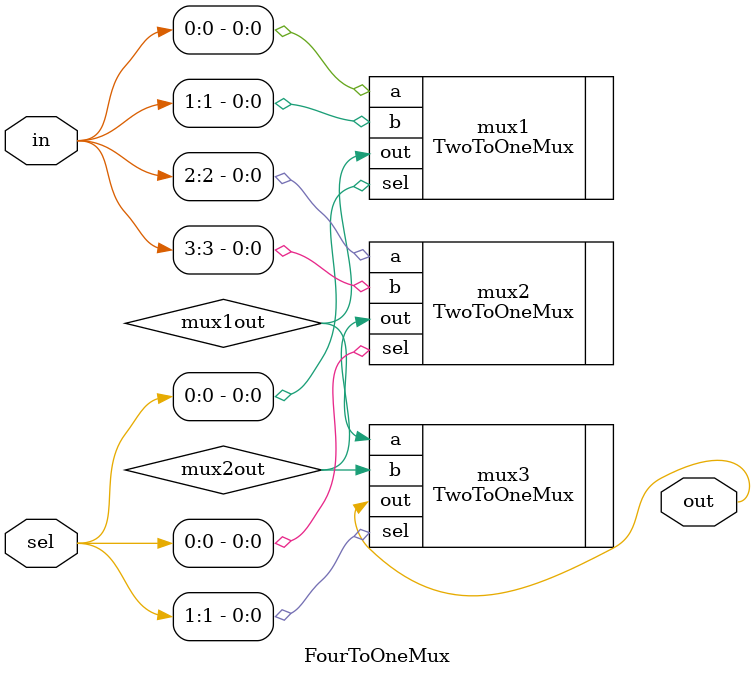
<source format=v>
`timescale 1ns / 1ps


module FourToOneMux(input wire [3:0] in,
                    input wire [1:0] sel,
                    output wire out
    );
    wire mux1out, mux2out;
    
    TwoToOneMux mux1 (.a(in[0]), .b(in[1]), .sel(sel[0]), .out(mux1out));
    TwoToOneMux mux2 (.a(in[2]), .b(in[3]), .sel(sel[0]), .out(mux2out));
    TwoToOneMux mux3 (.a(mux1out), .b(mux2out), .sel(sel[1]), .out(out));

endmodule

</source>
